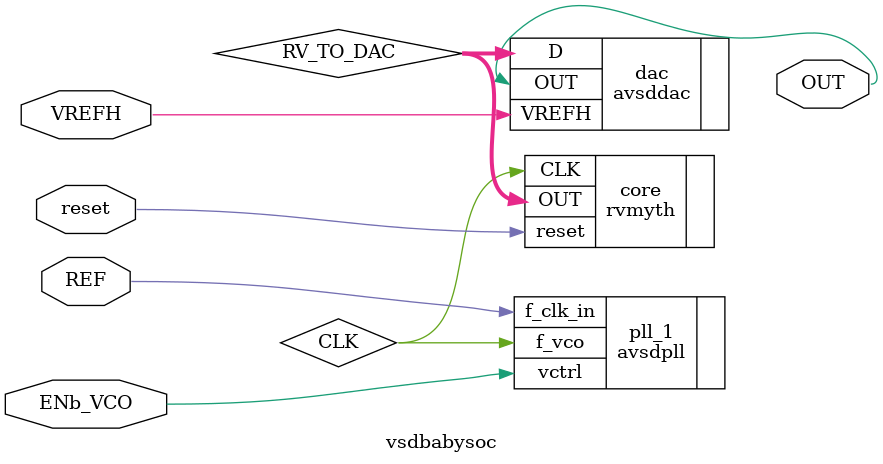
<source format=v>
module vsdbabysoc (
   output wire OUT,
   //
   input  wire reset,
   //
   /*input  wire VCO_IN,
   input  wire ENb_CP,*/
   input  wire ENb_VCO,
   input  wire REF,
   	   
   //
   // input  wire VREFL,
   input  wire VREFH
);

   wire CLK;
   wire [9:0] RV_TO_DAC;

   rvmyth core (
      .OUT(RV_TO_DAC),
      .CLK(CLK),
      .reset(reset)
   );

   /*avsdpll pll (
      .CLK(CLK),
      .VCO_IN(VCO_IN),
      .ENb_CP(ENb_CP),
      .ENb_VCO(ENb_VCO),
      .REF(REF)
   );*/

  avsdpll pll_1 (
      .f_vco(CLK),
      .vctrl(ENb_VCO),
      .f_clk_in(REF)
   );

   avsddac dac (
      .OUT(OUT),
      .D(RV_TO_DAC),
      // .VREFL(VREFL),
      .VREFH(VREFH)
   );
   
endmodule

</source>
